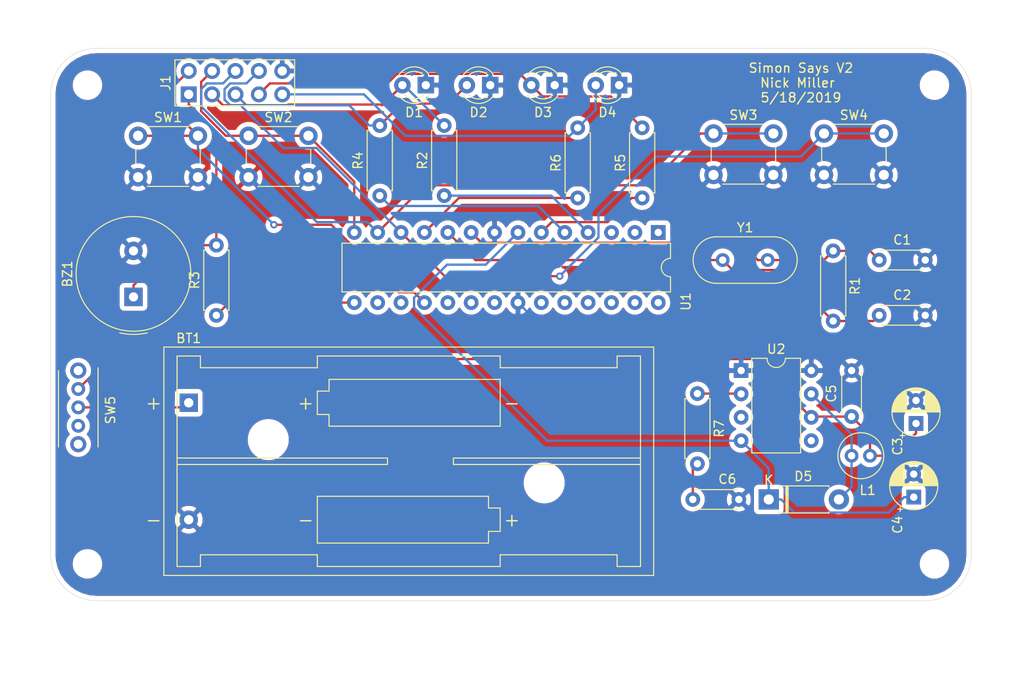
<source format=kicad_pcb>
(kicad_pcb (version 20171130) (host pcbnew "(5.1.2)-1")
  (layers (0 F.Cu signal) (31 B.Cu signal) (34 B.Paste user hide) (35 F.Paste user hide) (36 B.SilkS user hide) (37 F.SilkS user hide) (38 B.Mask user) (39 F.Mask user hide) (44 Edge.Cuts user hide))
  (net 0 "")
  (net 1 GND)
  (net 2 "Net-(BT1-Pad1)")
  (net 3 "Net-(BZ1-Pad1)")
  (net 4 "Net-(C1-Pad1)")
  (net 5 "Net-(C2-Pad1)")
  (net 6 "Net-(C3-Pad1)")
  (net 7 +5V)
  (net 8 "Net-(C6-Pad1)")
  (net 9 "Net-(D1-Pad2)")
  (net 10 "Net-(D2-Pad2)")
  (net 11 "Net-(D3-Pad2)")
  (net 12 "Net-(D4-Pad2)")
  (net 13 "Net-(D5-Pad2)")
  (net 14 "Net-(R2-Pad1)")
  (net 15 "Net-(R3-Pad1)")
  (net 16 "Net-(R4-Pad1)")
  (net 17 "Net-(R5-Pad1)")
  (net 18 "Net-(R6-Pad1)")
  (net 19 "Net-(R7-Pad1)")
  (net 20 "Net-(SW5-Pad1)")
  (net 21 "Net-(U1-Pad28)")
  (net 22 "Net-(U1-Pad27)")
  (net 23 "Net-(U1-Pad26)")
  (net 24 "Net-(U1-Pad25)")
  (net 25 "Net-(U1-Pad24)")
  (net 26 "Net-(U1-Pad23)")
  (net 27 "Net-(U1-Pad21)")
  (net 28 "Net-(U1-Pad20)")
  (net 29 "Net-(U1-Pad19)")
  (net 30 "Net-(U1-Pad17)")
  (net 31 "Net-(U1-Pad3)")
  (net 32 "Net-(U1-Pad16)")
  (net 33 "Net-(U1-Pad2)")
  (net 34 "Net-(U1-Pad1)")
  (net 35 "Net-(U2-Pad3)")
  (net 36 "Net-(U2-Pad5)")
  (net 37 "Net-(J1-Pad8)")
  (net 38 "Net-(J1-Pad6)")
  (net 39 "Net-(J1-Pad4)")
  (net 40 "Net-(J1-Pad2)")
  (module "Simon Says Game:IDC-Header_2x05_P2.54mm_Vertical" (layer F.Cu) (at 95 55 90)
    (fp_text reference J1 (at 1.25 -2.5 90) (layer F.SilkS))
    (fp_text value Conn_01x10)
    (pad 1 thru_hole rect (at 0 0 90) (size 1.7272 1.7272) (drill 1.016) (layers *.Cu *.Mask) (net 3 "Net-(BZ1-Pad1)"))
    (pad 2 thru_hole oval (at 2.54 0 90) (size 1.7272 1.7272) (drill 1.016) (layers *.Cu *.Mask) (net 40 "Net-(J1-Pad2)"))
    (pad 3 thru_hole oval (at 0 2.54 90) (size 1.7272 1.7272) (drill 1.016) (layers *.Cu *.Mask) (net 9 "Net-(D1-Pad2)"))
    (pad 4 thru_hole oval (at 2.54 2.54 90) (size 1.7272 1.7272) (drill 1.016) (layers *.Cu *.Mask) (net 39 "Net-(J1-Pad4)"))
    (pad 5 thru_hole oval (at 0 5.08 90) (size 1.7272 1.7272) (drill 1.016) (layers *.Cu *.Mask) (net 10 "Net-(D2-Pad2)"))
    (pad 6 thru_hole oval (at 2.54 5.08 90) (size 1.7272 1.7272) (drill 1.016) (layers *.Cu *.Mask) (net 38 "Net-(J1-Pad6)"))
    (pad 7 thru_hole oval (at 0 7.62 90) (size 1.7272 1.7272) (drill 1.016) (layers *.Cu *.Mask) (net 11 "Net-(D3-Pad2)"))
    (pad 8 thru_hole oval (at 2.54 7.62 90) (size 1.7272 1.7272) (drill 1.016) (layers *.Cu *.Mask) (net 37 "Net-(J1-Pad8)"))
    (pad 9 thru_hole oval (at 0 10.16 90) (size 1.7272 1.7272) (drill 1.016) (layers *.Cu *.Mask) (net 12 "Net-(D4-Pad2)"))
    (pad 10 thru_hole oval (at 2.54 10.16 90) (size 1.7272 1.7272) (drill 1.016) (layers *.Cu *.Mask) (net 1 GND))
  )
  (module Battery:BatteryHolder_Keystone_2468_2xAAA (layer F.Cu) (at 95 88.5)
    (fp_text reference BT1 (at 0 -7) (layer F.SilkS))
    (fp_text value Battery)
    (fp_text user + (at 35.1 12.7) (layer F.SilkS) (effects (font (size 1.5 1.5))))
    (fp_text user - (at 12.7 12.7) (layer F.SilkS) (effects (font (size 1.5 1.5))))
    (fp_text user - (at 35.1 0) (layer F.SilkS) (effects (font (size 1.5 1.5))))
    (fp_text user + (at 12.7 0) (layer F.SilkS) (effects (font (size 1.5 1.5))))
    (fp_text user - (at -3.81 12.7) (layer F.SilkS) (effects (font (size 1.5 1.5))))
    (fp_text user + (at -3.81 0) (layer F.SilkS) (effects (font (size 1.5 1.5))))
    (pad "" np_thru_hole circle (at 38.61 8.7) (size 3.450001 3.450001) (drill 3.450001) (layers *.Cu *.Mask))
    (pad "" np_thru_hole circle (at 8.64 4) (size 3.450001 3.450001) (drill 3.450001) (layers *.Cu *.Mask))
    (pad 2 thru_hole circle (at 0 12.7) (size 2 2) (drill 1.02) (layers *.Cu *.Mask) (net 1 GND))
    (pad 1 thru_hole rect (at 0 0) (size 2 2) (drill 1.02) (layers *.Cu *.Mask) (net 2 "Net-(BT1-Pad1)"))
  )
  (module "Simon Says Game:Inductor_10uH" (layer F.Cu) (at 168 94.25)
    (fp_text reference L1 (at 0.75 3.75) (layer F.SilkS))
    (fp_text value "10 uH")
    (pad 1 thru_hole circle (at -1 0) (size 1.5 1.5) (drill 0.8) (layers *.Cu *.Mask) (net 13 "Net-(D5-Pad2)"))
    (pad 2 thru_hole circle (at 1 0) (size 1.5 1.5) (drill 0.8) (layers *.Cu *.Mask) (net 6 "Net-(C3-Pad1)"))
  )
  (module MountingHole:MountingHole_2.2mm_M2 (layer F.Cu) (at 176 106)
    (fp_text reference REF** hide)
    (fp_text value MountingHole_2.2mm_M2)
    (pad 1 np_thru_hole circle (at 0 0) (size 2.2 2.2) (drill 2.2) (layers *.Cu *.Mask))
  )
  (module MountingHole:MountingHole_2.2mm_M2 (layer F.Cu) (at 176 54)
    (fp_text reference REF** hide)
    (fp_text value MountingHole_2.2mm_M2)
    (pad 1 np_thru_hole circle (at 0 0) (size 2.2 2.2) (drill 2.2) (layers *.Cu *.Mask))
  )
  (module MountingHole:MountingHole_2.2mm_M2 (layer F.Cu) (at 84 54)
    (fp_text reference REF**)
    (fp_text value MountingHole_2.2mm_M2)
    (pad 1 np_thru_hole circle (at 0 0) (size 2.2 2.2) (drill 2.2) (layers *.Cu *.Mask))
  )
  (module MountingHole:MountingHole_2.2mm_M2 (layer F.Cu) (at 84 106)
    (fp_text reference REF** hide)
    (fp_text value MountingHole_2.2mm_M2)
    (pad 1 np_thru_hole circle (at 0 0) (size 2.2 2.2) (drill 2.2) (layers *.Cu *.Mask))
  )
  (module "Simon Says Game:1825232-1" (layer F.Cu) (at 83 89 90)
    (fp_text reference SW5 (at -0.3 3.5 90) (layer F.SilkS))
    (fp_text value SW_SPDT)
    (pad 4 thru_hole circle (at 4 0 90) (size 1.75 1.75) (drill 1) (layers *.Cu *.Mask))
    (pad 5 thru_hole circle (at -4 0 90) (size 1.75 1.75) (drill 1) (layers *.Cu *.Mask))
    (pad 1 thru_hole circle (at -2 0 90) (size 1.5 1.5) (drill 0.8) (layers *.Cu *.Mask) (net 20 "Net-(SW5-Pad1)"))
    (pad 3 thru_hole circle (at 2 0 90) (size 1.5 1.5) (drill 0.8) (layers *.Cu *.Mask) (net 6 "Net-(C3-Pad1)"))
    (pad 2 thru_hole circle (at 0 0 90) (size 1.5 1.5) (drill 0.8) (layers *.Cu *.Mask) (net 2 "Net-(BT1-Pad1)"))
  )
  (module Crystal:Crystal_HC49-U_Vertical (layer F.Cu) (at 153 73)
    (fp_text reference Y1 (at 2.44 -3.525) (layer F.SilkS))
    (fp_text value 16Mhz)
    (pad 2 thru_hole circle (at 4.88 0) (size 1.5 1.5) (drill 0.8) (layers *.Cu *.Mask) (net 4 "Net-(C1-Pad1)"))
    (pad 1 thru_hole circle (at 0 0) (size 1.5 1.5) (drill 0.8) (layers *.Cu *.Mask) (net 5 "Net-(C2-Pad1)"))
  )
  (module Package_DIP:DIP-8_W7.62mm (layer F.Cu) (at 155 85)
    (fp_text reference U2 (at 3.81 -2.33) (layer F.SilkS))
    (fp_text value LT1302CN8-5PBF)
    (pad 8 thru_hole oval (at 7.62 0) (size 1.6 1.6) (drill 0.8) (layers *.Cu *.Mask) (net 1 GND))
    (pad 4 thru_hole oval (at 0 7.62) (size 1.6 1.6) (drill 0.8) (layers *.Cu *.Mask) (net 7 +5V))
    (pad 7 thru_hole oval (at 7.62 2.54) (size 1.6 1.6) (drill 0.8) (layers *.Cu *.Mask) (net 13 "Net-(D5-Pad2)"))
    (pad 3 thru_hole oval (at 0 5.08) (size 1.6 1.6) (drill 0.8) (layers *.Cu *.Mask) (net 35 "Net-(U2-Pad3)"))
    (pad 6 thru_hole oval (at 7.62 5.08) (size 1.6 1.6) (drill 0.8) (layers *.Cu *.Mask) (net 6 "Net-(C3-Pad1)"))
    (pad 2 thru_hole oval (at 0 2.54) (size 1.6 1.6) (drill 0.8) (layers *.Cu *.Mask) (net 19 "Net-(R7-Pad1)"))
    (pad 5 thru_hole oval (at 7.62 7.62) (size 1.6 1.6) (drill 0.8) (layers *.Cu *.Mask) (net 36 "Net-(U2-Pad5)"))
    (pad 1 thru_hole rect (at 0 0) (size 1.6 1.6) (drill 0.8) (layers *.Cu *.Mask) (net 1 GND))
  )
  (module Package_DIP:DIP-28_W7.62mm (layer F.Cu) (at 146 70 270)
    (fp_text reference U1 (at 7.5 -3 90) (layer F.SilkS))
    (fp_text value ATmega328P-PU)
    (pad 28 thru_hole oval (at 7.62 0 270) (size 1.6 1.6) (drill 0.8) (layers *.Cu *.Mask) (net 21 "Net-(U1-Pad28)"))
    (pad 14 thru_hole oval (at 0 33.02 270) (size 1.6 1.6) (drill 0.8) (layers *.Cu *.Mask) (net 39 "Net-(J1-Pad4)"))
    (pad 27 thru_hole oval (at 7.62 2.54 270) (size 1.6 1.6) (drill 0.8) (layers *.Cu *.Mask) (net 22 "Net-(U1-Pad27)"))
    (pad 13 thru_hole oval (at 0 30.48 270) (size 1.6 1.6) (drill 0.8) (layers *.Cu *.Mask) (net 38 "Net-(J1-Pad6)"))
    (pad 26 thru_hole oval (at 7.62 5.08 270) (size 1.6 1.6) (drill 0.8) (layers *.Cu *.Mask) (net 23 "Net-(U1-Pad26)"))
    (pad 12 thru_hole oval (at 0 27.94 270) (size 1.6 1.6) (drill 0.8) (layers *.Cu *.Mask) (net 37 "Net-(J1-Pad8)"))
    (pad 25 thru_hole oval (at 7.62 7.62 270) (size 1.6 1.6) (drill 0.8) (layers *.Cu *.Mask) (net 24 "Net-(U1-Pad25)"))
    (pad 11 thru_hole oval (at 0 25.4 270) (size 1.6 1.6) (drill 0.8) (layers *.Cu *.Mask) (net 18 "Net-(R6-Pad1)"))
    (pad 24 thru_hole oval (at 7.62 10.16 270) (size 1.6 1.6) (drill 0.8) (layers *.Cu *.Mask) (net 25 "Net-(U1-Pad24)"))
    (pad 10 thru_hole oval (at 0 22.86 270) (size 1.6 1.6) (drill 0.8) (layers *.Cu *.Mask) (net 5 "Net-(C2-Pad1)"))
    (pad 23 thru_hole oval (at 7.62 12.7 270) (size 1.6 1.6) (drill 0.8) (layers *.Cu *.Mask) (net 26 "Net-(U1-Pad23)"))
    (pad 9 thru_hole oval (at 0 20.32 270) (size 1.6 1.6) (drill 0.8) (layers *.Cu *.Mask) (net 4 "Net-(C1-Pad1)"))
    (pad 22 thru_hole oval (at 7.62 15.24 270) (size 1.6 1.6) (drill 0.8) (layers *.Cu *.Mask) (net 1 GND))
    (pad 8 thru_hole oval (at 0 17.78 270) (size 1.6 1.6) (drill 0.8) (layers *.Cu *.Mask) (net 1 GND))
    (pad 21 thru_hole oval (at 7.62 17.78 270) (size 1.6 1.6) (drill 0.8) (layers *.Cu *.Mask) (net 27 "Net-(U1-Pad21)"))
    (pad 7 thru_hole oval (at 0 15.24 270) (size 1.6 1.6) (drill 0.8) (layers *.Cu *.Mask) (net 7 +5V))
    (pad 20 thru_hole oval (at 7.62 20.32 270) (size 1.6 1.6) (drill 0.8) (layers *.Cu *.Mask) (net 28 "Net-(U1-Pad20)"))
    (pad 6 thru_hole oval (at 0 12.7 270) (size 1.6 1.6) (drill 0.8) (layers *.Cu *.Mask) (net 17 "Net-(R5-Pad1)"))
    (pad 19 thru_hole oval (at 7.62 22.86 270) (size 1.6 1.6) (drill 0.8) (layers *.Cu *.Mask) (net 29 "Net-(U1-Pad19)"))
    (pad 5 thru_hole oval (at 0 10.16 270) (size 1.6 1.6) (drill 0.8) (layers *.Cu *.Mask) (net 16 "Net-(R4-Pad1)"))
    (pad 18 thru_hole oval (at 7.62 25.4 270) (size 1.6 1.6) (drill 0.8) (layers *.Cu *.Mask) (net 40 "Net-(J1-Pad2)"))
    (pad 4 thru_hole oval (at 0 7.62 270) (size 1.6 1.6) (drill 0.8) (layers *.Cu *.Mask) (net 14 "Net-(R2-Pad1)"))
    (pad 17 thru_hole oval (at 7.62 27.94 270) (size 1.6 1.6) (drill 0.8) (layers *.Cu *.Mask) (net 30 "Net-(U1-Pad17)"))
    (pad 3 thru_hole oval (at 0 5.08 270) (size 1.6 1.6) (drill 0.8) (layers *.Cu *.Mask) (net 31 "Net-(U1-Pad3)"))
    (pad 16 thru_hole oval (at 7.62 30.48 270) (size 1.6 1.6) (drill 0.8) (layers *.Cu *.Mask) (net 32 "Net-(U1-Pad16)"))
    (pad 2 thru_hole oval (at 0 2.54 270) (size 1.6 1.6) (drill 0.8) (layers *.Cu *.Mask) (net 33 "Net-(U1-Pad2)"))
    (pad 15 thru_hole oval (at 7.62 33.02 270) (size 1.6 1.6) (drill 0.8) (layers *.Cu *.Mask) (net 15 "Net-(R3-Pad1)"))
    (pad 1 thru_hole rect (at 0 0 270) (size 1.6 1.6) (drill 0.8) (layers *.Cu *.Mask) (net 34 "Net-(U1-Pad1)"))
  )
  (module Button_Switch_THT:SW_PUSH_6mm (layer F.Cu) (at 164 59.25)
    (fp_text reference SW4 (at 3.25 -2) (layer F.SilkS))
    (fp_text value SW_Push)
    (pad 1 thru_hole circle (at 6.5 0 90) (size 2 2) (drill 1.1) (layers *.Cu *.Mask) (net 37 "Net-(J1-Pad8)"))
    (pad 2 thru_hole circle (at 6.5 4.5 90) (size 2 2) (drill 1.1) (layers *.Cu *.Mask) (net 1 GND))
    (pad 1 thru_hole circle (at 0 0 90) (size 2 2) (drill 1.1) (layers *.Cu *.Mask) (net 37 "Net-(J1-Pad8)"))
    (pad 2 thru_hole circle (at 0 4.5 90) (size 2 2) (drill 1.1) (layers *.Cu *.Mask) (net 1 GND))
  )
  (module Button_Switch_THT:SW_PUSH_6mm (layer F.Cu) (at 152 59.25)
    (fp_text reference SW3 (at 3.25 -2) (layer F.SilkS))
    (fp_text value SW_Push)
    (pad 1 thru_hole circle (at 6.5 0 90) (size 2 2) (drill 1.1) (layers *.Cu *.Mask) (net 38 "Net-(J1-Pad6)"))
    (pad 2 thru_hole circle (at 6.5 4.5 90) (size 2 2) (drill 1.1) (layers *.Cu *.Mask) (net 1 GND))
    (pad 1 thru_hole circle (at 0 0 90) (size 2 2) (drill 1.1) (layers *.Cu *.Mask) (net 38 "Net-(J1-Pad6)"))
    (pad 2 thru_hole circle (at 0 4.5 90) (size 2 2) (drill 1.1) (layers *.Cu *.Mask) (net 1 GND))
  )
  (module Button_Switch_THT:SW_PUSH_6mm (layer F.Cu) (at 101.5 59.5)
    (fp_text reference SW2 (at 3.25 -2) (layer F.SilkS))
    (fp_text value SW_Push)
    (pad 2 thru_hole circle (at 0 4.5 90) (size 2 2) (drill 1.1) (layers *.Cu *.Mask) (net 1 GND))
    (pad 1 thru_hole circle (at 0 0 90) (size 2 2) (drill 1.1) (layers *.Cu *.Mask) (net 39 "Net-(J1-Pad4)"))
    (pad 2 thru_hole circle (at 6.5 4.5 90) (size 2 2) (drill 1.1) (layers *.Cu *.Mask) (net 1 GND))
    (pad 1 thru_hole circle (at 6.5 0 90) (size 2 2) (drill 1.1) (layers *.Cu *.Mask) (net 39 "Net-(J1-Pad4)"))
  )
  (module Button_Switch_THT:SW_PUSH_6mm (layer F.Cu) (at 89.5 59.5)
    (fp_text reference SW1 (at 3.25 -2) (layer F.SilkS))
    (fp_text value SW_Push)
    (pad 2 thru_hole circle (at 0 4.5 90) (size 2 2) (drill 1.1) (layers *.Cu *.Mask) (net 1 GND))
    (pad 1 thru_hole circle (at 0 0 90) (size 2 2) (drill 1.1) (layers *.Cu *.Mask) (net 40 "Net-(J1-Pad2)"))
    (pad 2 thru_hole circle (at 6.5 4.5 90) (size 2 2) (drill 1.1) (layers *.Cu *.Mask) (net 1 GND))
    (pad 1 thru_hole circle (at 6.5 0 90) (size 2 2) (drill 1.1) (layers *.Cu *.Mask) (net 40 "Net-(J1-Pad2)"))
  )
  (module Resistor_THT:R_Axial_DIN0207_L6.3mm_D2.5mm_P7.62mm_Horizontal (layer F.Cu) (at 150.25 87.5 270)
    (fp_text reference R7 (at 3.81 -2.37 90) (layer F.SilkS))
    (fp_text value 20k)
    (pad 2 thru_hole oval (at 7.62 0 270) (size 1.6 1.6) (drill 0.8) (layers *.Cu *.Mask) (net 8 "Net-(C6-Pad1)"))
    (pad 1 thru_hole circle (at 0 0 270) (size 1.6 1.6) (drill 0.8) (layers *.Cu *.Mask) (net 19 "Net-(R7-Pad1)"))
  )
  (module Resistor_THT:R_Axial_DIN0207_L6.3mm_D2.5mm_P7.62mm_Horizontal (layer F.Cu) (at 137.25 66.25 90)
    (fp_text reference R6 (at 3.81 -2.37 90) (layer F.SilkS))
    (fp_text value 200)
    (pad 1 thru_hole circle (at 0 0 90) (size 1.6 1.6) (drill 0.8) (layers *.Cu *.Mask) (net 18 "Net-(R6-Pad1)"))
    (pad 2 thru_hole oval (at 7.62 0 90) (size 1.6 1.6) (drill 0.8) (layers *.Cu *.Mask) (net 12 "Net-(D4-Pad2)"))
  )
  (module Resistor_THT:R_Axial_DIN0207_L6.3mm_D2.5mm_P7.62mm_Horizontal (layer F.Cu) (at 144.25 66.25 90)
    (fp_text reference R5 (at 3.81 -2.37 90) (layer F.SilkS))
    (fp_text value 200)
    (pad 2 thru_hole oval (at 7.62 0 90) (size 1.6 1.6) (drill 0.8) (layers *.Cu *.Mask) (net 11 "Net-(D3-Pad2)"))
    (pad 1 thru_hole circle (at 0 0 90) (size 1.6 1.6) (drill 0.8) (layers *.Cu *.Mask) (net 17 "Net-(R5-Pad1)"))
  )
  (module Resistor_THT:R_Axial_DIN0207_L6.3mm_D2.5mm_P7.62mm_Horizontal (layer F.Cu) (at 115.75 66 90)
    (fp_text reference R4 (at 3.81 -2.37 90) (layer F.SilkS))
    (fp_text value 200)
    (pad 1 thru_hole circle (at 0 0 90) (size 1.6 1.6) (drill 0.8) (layers *.Cu *.Mask) (net 16 "Net-(R4-Pad1)"))
    (pad 2 thru_hole oval (at 7.62 0 90) (size 1.6 1.6) (drill 0.8) (layers *.Cu *.Mask) (net 10 "Net-(D2-Pad2)"))
  )
  (module Resistor_THT:R_Axial_DIN0207_L6.3mm_D2.5mm_P7.62mm_Horizontal (layer F.Cu) (at 98 79 90)
    (fp_text reference R3 (at 3.81 -2.37 90) (layer F.SilkS))
    (fp_text value 100)
    (pad 2 thru_hole oval (at 7.62 0 90) (size 1.6 1.6) (drill 0.8) (layers *.Cu *.Mask) (net 3 "Net-(BZ1-Pad1)"))
    (pad 1 thru_hole circle (at 0 0 90) (size 1.6 1.6) (drill 0.8) (layers *.Cu *.Mask) (net 15 "Net-(R3-Pad1)"))
  )
  (module Resistor_THT:R_Axial_DIN0207_L6.3mm_D2.5mm_P7.62mm_Horizontal (layer F.Cu) (at 122.75 66 90)
    (fp_text reference R2 (at 3.81 -2.37 90) (layer F.SilkS))
    (fp_text value 200)
    (pad 1 thru_hole circle (at 0 0 90) (size 1.6 1.6) (drill 0.8) (layers *.Cu *.Mask) (net 14 "Net-(R2-Pad1)"))
    (pad 2 thru_hole oval (at 7.62 0 90) (size 1.6 1.6) (drill 0.8) (layers *.Cu *.Mask) (net 9 "Net-(D1-Pad2)"))
  )
  (module Resistor_THT:R_Axial_DIN0207_L6.3mm_D2.5mm_P7.62mm_Horizontal (layer F.Cu) (at 165 72 270)
    (fp_text reference R1 (at 3.81 -2.37 90) (layer F.SilkS))
    (fp_text value 1M)
    (pad 2 thru_hole oval (at 7.62 0 270) (size 1.6 1.6) (drill 0.8) (layers *.Cu *.Mask) (net 5 "Net-(C2-Pad1)"))
    (pad 1 thru_hole circle (at 0 0 270) (size 1.6 1.6) (drill 0.8) (layers *.Cu *.Mask) (net 4 "Net-(C1-Pad1)"))
  )
  (module Diode_THT:D_DO-41_SOD81_P7.62mm_Horizontal (layer F.Cu) (at 158 99)
    (fp_text reference D5 (at 3.75 -2.5) (layer F.SilkS))
    (fp_text value "1N5819-T ")
    (fp_text user K (at 0 -2.1) (layer F.SilkS))
    (pad 2 thru_hole oval (at 7.62 0) (size 2.2 2.2) (drill 1.1) (layers *.Cu *.Mask) (net 13 "Net-(D5-Pad2)"))
    (pad 1 thru_hole rect (at 0 0) (size 2.2 2.2) (drill 1.1) (layers *.Cu *.Mask) (net 7 +5V))
  )
  (module LED_THT:LED_D3.0mm (layer F.Cu) (at 141.75 54 180)
    (fp_text reference D4 (at 1.27 -2.96 180) (layer F.SilkS))
    (fp_text value LED)
    (pad 2 thru_hole circle (at 2.54 0 180) (size 1.8 1.8) (drill 0.9) (layers *.Cu *.Mask) (net 12 "Net-(D4-Pad2)"))
    (pad 1 thru_hole rect (at 0 0 180) (size 1.8 1.8) (drill 0.9) (layers *.Cu *.Mask) (net 1 GND))
  )
  (module LED_THT:LED_D3.0mm (layer F.Cu) (at 134.75 54 180)
    (fp_text reference D3 (at 1.27 -2.96 180) (layer F.SilkS))
    (fp_text value LED)
    (pad 2 thru_hole circle (at 2.54 0 180) (size 1.8 1.8) (drill 0.9) (layers *.Cu *.Mask) (net 11 "Net-(D3-Pad2)"))
    (pad 1 thru_hole rect (at 0 0 180) (size 1.8 1.8) (drill 0.9) (layers *.Cu *.Mask) (net 1 GND))
  )
  (module LED_THT:LED_D3.0mm (layer F.Cu) (at 127.75 54 180)
    (fp_text reference D2 (at 1.27 -2.96 180) (layer F.SilkS))
    (fp_text value LED)
    (pad 2 thru_hole circle (at 2.54 0 180) (size 1.8 1.8) (drill 0.9) (layers *.Cu *.Mask) (net 10 "Net-(D2-Pad2)"))
    (pad 1 thru_hole rect (at 0 0 180) (size 1.8 1.8) (drill 0.9) (layers *.Cu *.Mask) (net 1 GND))
  )
  (module LED_THT:LED_D3.0mm (layer F.Cu) (at 120.75 54 180)
    (fp_text reference D1 (at 1.27 -2.96 180) (layer F.SilkS))
    (fp_text value LED)
    (pad 2 thru_hole circle (at 2.54 0 180) (size 1.8 1.8) (drill 0.9) (layers *.Cu *.Mask) (net 9 "Net-(D1-Pad2)"))
    (pad 1 thru_hole rect (at 0 0 180) (size 1.8 1.8) (drill 0.9) (layers *.Cu *.Mask) (net 1 GND))
  )
  (module Capacitor_THT:C_Disc_D4.3mm_W1.9mm_P5.00mm (layer F.Cu) (at 149.75 99)
    (fp_text reference C6 (at 3.75 -2.2) (layer F.SilkS))
    (fp_text value "0.01 uF")
    (pad 2 thru_hole circle (at 5 0) (size 1.6 1.6) (drill 0.8) (layers *.Cu *.Mask) (net 1 GND))
    (pad 1 thru_hole circle (at 0 0) (size 1.6 1.6) (drill 0.8) (layers *.Cu *.Mask) (net 8 "Net-(C6-Pad1)"))
  )
  (module Capacitor_THT:C_Disc_D4.3mm_W1.9mm_P5.00mm (layer F.Cu) (at 167 90 90)
    (fp_text reference C5 (at 2.5 -2.2 90) (layer F.SilkS))
    (fp_text value "0.1 uF")
    (pad 2 thru_hole circle (at 5 0 90) (size 1.6 1.6) (drill 0.8) (layers *.Cu *.Mask) (net 1 GND))
    (pad 1 thru_hole circle (at 0 0 90) (size 1.6 1.6) (drill 0.8) (layers *.Cu *.Mask) (net 6 "Net-(C3-Pad1)"))
  )
  (module Capacitor_THT:CP_Radial_D5.0mm_P2.50mm (layer F.Cu) (at 173.75 98.75 90)
    (fp_text reference C4 (at -3 -1.75 90) (layer F.SilkS))
    (fp_text value "100 uF")
    (pad 2 thru_hole circle (at 2.5 0 90) (size 1.6 1.6) (drill 0.8) (layers *.Cu *.Mask) (net 1 GND))
    (pad 1 thru_hole rect (at 0 0 90) (size 1.6 1.6) (drill 0.8) (layers *.Cu *.Mask) (net 7 +5V))
  )
  (module Capacitor_THT:CP_Radial_D5.0mm_P2.50mm (layer F.Cu) (at 174 90.75 90)
    (fp_text reference C3 (at -2.5 -2 90) (layer F.SilkS))
    (fp_text value "100 uF")
    (pad 2 thru_hole circle (at 2.5 0 90) (size 1.6 1.6) (drill 0.8) (layers *.Cu *.Mask) (net 1 GND))
    (pad 1 thru_hole rect (at 0 0 90) (size 1.6 1.6) (drill 0.8) (layers *.Cu *.Mask) (net 6 "Net-(C3-Pad1)"))
  )
  (module Capacitor_THT:C_Disc_D4.3mm_W1.9mm_P5.00mm (layer F.Cu) (at 170 79)
    (fp_text reference C2 (at 2.5 -2.2) (layer F.SilkS))
    (fp_text value 22pF)
    (pad 2 thru_hole circle (at 5 0) (size 1.6 1.6) (drill 0.8) (layers *.Cu *.Mask) (net 1 GND))
    (pad 1 thru_hole circle (at 0 0) (size 1.6 1.6) (drill 0.8) (layers *.Cu *.Mask) (net 5 "Net-(C2-Pad1)"))
  )
  (module Capacitor_THT:C_Disc_D4.3mm_W1.9mm_P5.00mm (layer F.Cu) (at 170 73)
    (fp_text reference C1 (at 2.5 -2.2) (layer F.SilkS))
    (fp_text value 22pF)
    (pad 2 thru_hole circle (at 5 0) (size 1.6 1.6) (drill 0.8) (layers *.Cu *.Mask) (net 1 GND))
    (pad 1 thru_hole circle (at 0 0) (size 1.6 1.6) (drill 0.8) (layers *.Cu *.Mask) (net 4 "Net-(C1-Pad1)"))
  )
  (module Buzzer_Beeper:Buzzer_TDK_PS1240P02BT_D12.2mm_H6.5mm (layer F.Cu) (at 89 77 90)
    (fp_text reference BZ1 (at 2.5 -7.17 90) (layer F.SilkS))
    (fp_text value Buzzer)
    (pad 2 thru_hole circle (at 5 0 90) (size 2 2) (drill 1) (layers *.Cu *.Mask) (net 1 GND))
    (pad 1 thru_hole rect (at 0 0 90) (size 2 2) (drill 1) (layers *.Cu *.Mask) (net 3 "Net-(BZ1-Pad1)"))
  )
  (gr_text "Simon Says V2\nNick Miller \n5/18/2019" (at 161.5 53.75) (layer F.SilkS) (effects (font (size 1 1))))
  (gr_line (start 85 110) (end 175 110) (layer Edge.Cuts) (width 0.05))
  (gr_arc (start 85 105) (end 80 105) (angle -90) (layer Edge.Cuts) (width 0.05))
  (gr_arc (start 175 105) (end 175 110) (angle -90) (layer Edge.Cuts) (width 0.05))
  (gr_line (start 180 95) (end 180 105) (layer Edge.Cuts) (width 0.05))
  (gr_line (start 80 95) (end 80 105) (layer Edge.Cuts) (width 0.05))
  (gr_line (start 80 95) (end 80 55) (layer Edge.Cuts) (width 0.05))
  (gr_line (start 180 55) (end 180 95) (layer Edge.Cuts) (width 0.05))
  (gr_line (start 85 50) (end 175 50) (layer Edge.Cuts) (width 0.05))
  (gr_arc (start 85 55) (end 85 50) (angle -90) (layer Edge.Cuts) (width 0.05))
  (gr_arc (start 175 55) (end 180 55) (angle -90) (layer Edge.Cuts) (width 0.05))
  (segment (start 173 81) (end 175 79) (width 0.25) (layer B.Cu) (net 1))
  (segment (start 134.14 81) (end 173 81) (width 0.25) (layer B.Cu) (net 1))
  (segment (start 130.76 77.62) (end 134.14 81) (width 0.25) (layer B.Cu) (net 1))
  (segment (start 94.5 89) (end 95 88.5) (width 0.25) (layer F.Cu) (net 2))
  (segment (start 83 89) (end 94.5 89) (width 0.25) (layer F.Cu) (net 2))
  (segment (start 89 75.75) (end 89 77) (width 0.25) (layer F.Cu) (net 3))
  (segment (start 93.37 71.38) (end 89 75.75) (width 0.25) (layer F.Cu) (net 3))
  (segment (start 98 71.38) (end 93.37 71.38) (width 0.25) (layer F.Cu) (net 3))
  (segment (start 98 59.1136) (end 98 71.38) (width 0.25) (layer F.Cu) (net 3))
  (segment (start 95 56.1136) (end 98 59.1136) (width 0.25) (layer F.Cu) (net 3))
  (segment (start 95 55) (end 95 56.1136) (width 0.25) (layer F.Cu) (net 3))
  (segment (start 126.479999 70.799999) (end 125.68 70) (width 0.25) (layer F.Cu) (net 4))
  (segment (start 126.805001 71.125001) (end 126.479999 70.799999) (width 0.25) (layer F.Cu) (net 4))
  (segment (start 154.944341 71.125001) (end 126.805001 71.125001) (width 0.25) (layer F.Cu) (net 4))
  (segment (start 156.81934 73) (end 154.944341 71.125001) (width 0.25) (layer F.Cu) (net 4))
  (segment (start 157.88 73) (end 156.81934 73) (width 0.25) (layer F.Cu) (net 4))
  (segment (start 164 73) (end 165 72) (width 0.25) (layer F.Cu) (net 4))
  (segment (start 157.88 73) (end 164 73) (width 0.25) (layer F.Cu) (net 4))
  (segment (start 169 72) (end 170 73) (width 0.25) (layer F.Cu) (net 4))
  (segment (start 165 72) (end 169 72) (width 0.25) (layer F.Cu) (net 4))
  (segment (start 126.14 73) (end 123.14 70) (width 0.25) (layer F.Cu) (net 5))
  (segment (start 153 73) (end 126.14 73) (width 0.25) (layer F.Cu) (net 5))
  (segment (start 169.38 79.62) (end 170 79) (width 0.25) (layer F.Cu) (net 5))
  (segment (start 165 79.62) (end 169.38 79.62) (width 0.25) (layer F.Cu) (net 5))
  (segment (start 154.075001 74.075001) (end 153 73) (width 0.25) (layer F.Cu) (net 5))
  (segment (start 159.455001 74.075001) (end 154.075001 74.075001) (width 0.25) (layer F.Cu) (net 5))
  (segment (start 165 79.62) (end 159.455001 74.075001) (width 0.25) (layer F.Cu) (net 5))
  (segment (start 161.820001 89.280001) (end 162.62 90.08) (width 0.25) (layer F.Cu) (net 6))
  (segment (start 156.29 83.75) (end 161.820001 89.280001) (width 0.25) (layer F.Cu) (net 6))
  (segment (start 86.25 83.75) (end 156.29 83.75) (width 0.25) (layer F.Cu) (net 6))
  (segment (start 83 87) (end 86.25 83.75) (width 0.25) (layer F.Cu) (net 6))
  (segment (start 162.7 90) (end 162.62 90.08) (width 0.25) (layer F.Cu) (net 6))
  (segment (start 167 90) (end 162.7 90) (width 0.25) (layer F.Cu) (net 6))
  (segment (start 169 92) (end 167 90) (width 0.25) (layer F.Cu) (net 6))
  (segment (start 169 94.25) (end 169 92) (width 0.25) (layer F.Cu) (net 6))
  (segment (start 174 91.8) (end 174 90.75) (width 0.25) (layer F.Cu) (net 6))
  (segment (start 171.55 94.25) (end 174 91.8) (width 0.25) (layer F.Cu) (net 6))
  (segment (start 169 94.25) (end 171.55 94.25) (width 0.25) (layer F.Cu) (net 6))
  (segment (start 158 95.62) (end 155 92.62) (width 0.25) (layer B.Cu) (net 7))
  (segment (start 158 99) (end 158 95.62) (width 0.25) (layer B.Cu) (net 7))
  (segment (start 172.7 98.75) (end 173.75 98.75) (width 0.25) (layer B.Cu) (net 7))
  (segment (start 171.024999 100.425001) (end 172.7 98.75) (width 0.25) (layer B.Cu) (net 7))
  (segment (start 160.775001 100.425001) (end 171.024999 100.425001) (width 0.25) (layer B.Cu) (net 7))
  (segment (start 159.35 99) (end 160.775001 100.425001) (width 0.25) (layer B.Cu) (net 7))
  (segment (start 158 99) (end 159.35 99) (width 0.25) (layer B.Cu) (net 7))
  (segment (start 129.960001 70.799999) (end 130.76 70) (width 0.25) (layer B.Cu) (net 7))
  (segment (start 129.634999 71.125001) (end 129.960001 70.799999) (width 0.25) (layer B.Cu) (net 7))
  (segment (start 119.474999 78.160001) (end 119.474999 77.079999) (width 0.25) (layer B.Cu) (net 7))
  (segment (start 133.934998 92.62) (end 119.474999 78.160001) (width 0.25) (layer B.Cu) (net 7))
  (segment (start 155 92.62) (end 133.934998 92.62) (width 0.25) (layer B.Cu) (net 7))
  (segment (start 119.474999 77.079999) (end 123.054998 73.5) (width 0.25) (layer B.Cu) (net 7))
  (segment (start 127.26 73.5) (end 130.76 70) (width 0.25) (layer B.Cu) (net 7))
  (segment (start 123.054998 73.5) (end 127.26 73.5) (width 0.25) (layer B.Cu) (net 7))
  (segment (start 149.75 95.62) (end 150.25 95.12) (width 0.25) (layer F.Cu) (net 8))
  (segment (start 149.75 99) (end 149.75 95.62) (width 0.25) (layer F.Cu) (net 8))
  (segment (start 117.310001 54.899999) (end 118.21 54) (width 0.25) (layer F.Cu) (net 9))
  (segment (start 118.21 54) (end 116.105 56.105) (width 0.25) (layer F.Cu) (net 9))
  (segment (start 116.021399 56.188601) (end 116.105 56.105) (width 0.25) (layer F.Cu) (net 9))
  (segment (start 116.105 56.105) (end 116.23 55.98) (width 0.25) (layer F.Cu) (net 9))
  (segment (start 98.403599 55.863599) (end 97.54 55) (width 0.25) (layer F.Cu) (net 9))
  (segment (start 98.728601 56.188601) (end 98.403599 55.863599) (width 0.25) (layer F.Cu) (net 9))
  (segment (start 105.730529 56.188601) (end 98.728601 56.188601) (width 0.25) (layer F.Cu) (net 9))
  (segment (start 105.81413 56.105) (end 105.730529 56.188601) (width 0.25) (layer F.Cu) (net 9))
  (segment (start 116.105 56.105) (end 105.81413 56.105) (width 0.25) (layer F.Cu) (net 9))
  (segment (start 118.37 54) (end 118.21 54) (width 0.25) (layer B.Cu) (net 9))
  (segment (start 122.75 58.38) (end 118.37 54) (width 0.25) (layer B.Cu) (net 9))
  (segment (start 125.21 54) (end 123.21 56) (width 0.25) (layer F.Cu) (net 10))
  (segment (start 118.13 56) (end 115.75 58.38) (width 0.25) (layer F.Cu) (net 10))
  (segment (start 123.21 56) (end 118.13 56) (width 0.25) (layer F.Cu) (net 10))
  (segment (start 100.943599 55.863599) (end 100.08 55) (width 0.25) (layer B.Cu) (net 10))
  (segment (start 101.268601 56.188601) (end 100.943599 55.863599) (width 0.25) (layer B.Cu) (net 10))
  (segment (start 112.427231 56.188601) (end 101.268601 56.188601) (width 0.25) (layer B.Cu) (net 10))
  (segment (start 114.61863 58.38) (end 112.427231 56.188601) (width 0.25) (layer B.Cu) (net 10))
  (segment (start 115.75 58.38) (end 114.61863 58.38) (width 0.25) (layer B.Cu) (net 10))
  (segment (start 133.109999 54.899999) (end 132.21 54) (width 0.25) (layer F.Cu) (net 11))
  (segment (start 133.435001 55.225001) (end 133.109999 54.899999) (width 0.25) (layer F.Cu) (net 11))
  (segment (start 140.845001 55.225001) (end 133.435001 55.225001) (width 0.25) (layer F.Cu) (net 11))
  (segment (start 144.25 58.63) (end 140.845001 55.225001) (width 0.25) (layer F.Cu) (net 11))
  (segment (start 131.310001 53.100001) (end 132.21 54) (width 0.25) (layer F.Cu) (net 11))
  (segment (start 130.984999 52.774999) (end 131.310001 53.100001) (width 0.25) (layer F.Cu) (net 11))
  (segment (start 117.621999 52.774999) (end 130.984999 52.774999) (width 0.25) (layer F.Cu) (net 11))
  (segment (start 116.585599 53.811399) (end 117.621999 52.774999) (width 0.25) (layer F.Cu) (net 11))
  (segment (start 103.808601 53.811399) (end 116.585599 53.811399) (width 0.25) (layer F.Cu) (net 11))
  (segment (start 102.62 55) (end 103.808601 53.811399) (width 0.25) (layer F.Cu) (net 11))
  (segment (start 139.21 56.67) (end 139.21 54) (width 0.25) (layer B.Cu) (net 12))
  (segment (start 137.25 58.63) (end 139.21 56.67) (width 0.25) (layer B.Cu) (net 12))
  (segment (start 106.381314 55) (end 105.16 55) (width 0.25) (layer B.Cu) (net 12))
  (segment (start 114.035002 55) (end 106.381314 55) (width 0.25) (layer B.Cu) (net 12))
  (segment (start 118.540003 59.505001) (end 114.035002 55) (width 0.25) (layer B.Cu) (net 12))
  (segment (start 136.374999 59.505001) (end 118.540003 59.505001) (width 0.25) (layer B.Cu) (net 12))
  (segment (start 137.25 58.63) (end 136.374999 59.505001) (width 0.25) (layer B.Cu) (net 12))
  (segment (start 167 91.92) (end 162.62 87.54) (width 0.25) (layer B.Cu) (net 13))
  (segment (start 167 94.25) (end 167 91.92) (width 0.25) (layer B.Cu) (net 13))
  (segment (start 167 97.62) (end 165.62 99) (width 0.25) (layer B.Cu) (net 13))
  (segment (start 167 94.25) (end 167 97.62) (width 0.25) (layer B.Cu) (net 13))
  (segment (start 134.38 66) (end 138.38 70) (width 0.25) (layer B.Cu) (net 14))
  (segment (start 122.75 66) (end 134.38 66) (width 0.25) (layer B.Cu) (net 14))
  (segment (start 99.38 77.62) (end 98 79) (width 0.25) (layer F.Cu) (net 15))
  (segment (start 112.98 77.62) (end 99.38 77.62) (width 0.25) (layer F.Cu) (net 15))
  (segment (start 135.040001 69.200001) (end 135.84 70) (width 0.25) (layer B.Cu) (net 16))
  (segment (start 132.965001 67.125001) (end 135.040001 69.200001) (width 0.25) (layer B.Cu) (net 16))
  (segment (start 116.875001 67.125001) (end 132.965001 67.125001) (width 0.25) (layer B.Cu) (net 16))
  (segment (start 115.75 66) (end 116.875001 67.125001) (width 0.25) (layer B.Cu) (net 16))
  (segment (start 134.099999 69.200001) (end 133.3 70) (width 0.25) (layer F.Cu) (net 17))
  (segment (start 134.425001 68.874999) (end 134.099999 69.200001) (width 0.25) (layer F.Cu) (net 17))
  (segment (start 140.493631 68.874999) (end 134.425001 68.874999) (width 0.25) (layer F.Cu) (net 17))
  (segment (start 143.11863 66.25) (end 140.493631 68.874999) (width 0.25) (layer F.Cu) (net 17))
  (segment (start 144.25 66.25) (end 143.11863 66.25) (width 0.25) (layer F.Cu) (net 17))
  (segment (start 124.35 66.25) (end 120.6 70) (width 0.25) (layer F.Cu) (net 18))
  (segment (start 137.25 66.25) (end 124.35 66.25) (width 0.25) (layer F.Cu) (net 18))
  (segment (start 154.96 87.5) (end 155 87.54) (width 0.25) (layer F.Cu) (net 19))
  (segment (start 150.25 87.5) (end 154.96 87.5) (width 0.25) (layer F.Cu) (net 19))
  (segment (start 117.260001 69.200001) (end 118.06 70) (width 0.25) (layer B.Cu) (net 37))
  (segment (start 108.885001 60.825001) (end 117.260001 69.200001) (width 0.25) (layer B.Cu) (net 37))
  (segment (start 105.268591 60.825001) (end 108.885001 60.825001) (width 0.25) (layer B.Cu) (net 37))
  (segment (start 100.632191 56.188601) (end 105.268591 60.825001) (width 0.25) (layer B.Cu) (net 37))
  (segment (start 99.509471 56.188601) (end 100.632191 56.188601) (width 0.25) (layer B.Cu) (net 37))
  (segment (start 98.891399 55.570529) (end 99.509471 56.188601) (width 0.25) (layer B.Cu) (net 37))
  (segment (start 98.891399 54.429471) (end 98.891399 55.570529) (width 0.25) (layer B.Cu) (net 37))
  (segment (start 99.509471 53.811399) (end 98.891399 54.429471) (width 0.25) (layer B.Cu) (net 37))
  (segment (start 101.268601 53.811399) (end 99.509471 53.811399) (width 0.25) (layer B.Cu) (net 37))
  (segment (start 102.62 52.46) (end 101.268601 53.811399) (width 0.25) (layer B.Cu) (net 37))
  (segment (start 139.505001 70.540001) (end 135.295002 74.75) (width 0.25) (layer B.Cu) (net 37))
  (segment (start 139.505001 67.994999) (end 139.505001 70.540001) (width 0.25) (layer B.Cu) (net 37))
  (segment (start 145.75 61.75) (end 139.505001 67.994999) (width 0.25) (layer B.Cu) (net 37))
  (segment (start 164 59.25) (end 161.5 61.75) (width 0.25) (layer B.Cu) (net 37))
  (segment (start 161.5 61.75) (end 145.75 61.75) (width 0.25) (layer B.Cu) (net 37))
  (segment (start 135.295002 74.75) (end 135.295002 74.75) (width 0.25) (layer B.Cu) (net 37))
  (via (at 135.295002 74.75) (size 0.8) (drill 0.4) (layers F.Cu B.Cu) (net 37))
  (segment (start 122.81 74.75) (end 118.06 70) (width 0.25) (layer F.Cu) (net 37))
  (segment (start 135.295002 74.75) (end 122.81 74.75) (width 0.25) (layer F.Cu) (net 37))
  (segment (start 170.5 59.25) (end 164 59.25) (width 0.25) (layer B.Cu) (net 37))
  (segment (start 114.720001 69.200001) (end 115.52 70) (width 0.25) (layer B.Cu) (net 38))
  (segment (start 114.394999 68.874999) (end 114.720001 69.200001) (width 0.25) (layer B.Cu) (net 38))
  (segment (start 108.913997 68.874999) (end 114.394999 68.874999) (width 0.25) (layer B.Cu) (net 38))
  (segment (start 96.351399 56.312401) (end 108.913997 68.874999) (width 0.25) (layer B.Cu) (net 38))
  (segment (start 96.351399 54.429471) (end 96.351399 56.312401) (width 0.25) (layer B.Cu) (net 38))
  (segment (start 96.969471 53.811399) (end 96.351399 54.429471) (width 0.25) (layer B.Cu) (net 38))
  (segment (start 98.728601 53.811399) (end 96.969471 53.811399) (width 0.25) (layer B.Cu) (net 38))
  (segment (start 100.08 52.46) (end 98.728601 53.811399) (width 0.25) (layer B.Cu) (net 38))
  (segment (start 152 59.25) (end 158.5 59.25) (width 0.25) (layer B.Cu) (net 38))
  (segment (start 116.319999 69.200001) (end 115.52 70) (width 0.25) (layer F.Cu) (net 38))
  (segment (start 120.645001 64.874999) (end 116.319999 69.200001) (width 0.25) (layer F.Cu) (net 38))
  (segment (start 144.960788 64.874999) (end 120.645001 64.874999) (width 0.25) (layer F.Cu) (net 38))
  (segment (start 150.585787 59.25) (end 144.960788 64.874999) (width 0.25) (layer F.Cu) (net 38))
  (segment (start 152 59.25) (end 150.585787 59.25) (width 0.25) (layer F.Cu) (net 38))
  (segment (start 96.676401 53.323599) (end 97.54 52.46) (width 0.25) (layer F.Cu) (net 39))
  (segment (start 96.351399 53.648601) (end 96.676401 53.323599) (width 0.25) (layer F.Cu) (net 39))
  (segment (start 96.351399 56.828589) (end 96.351399 53.648601) (width 0.25) (layer F.Cu) (net 39))
  (segment (start 99.02281 59.5) (end 96.351399 56.828589) (width 0.25) (layer F.Cu) (net 39))
  (segment (start 101.5 59.5) (end 99.02281 59.5) (width 0.25) (layer F.Cu) (net 39))
  (segment (start 108 59.5) (end 101.5 59.5) (width 0.25) (layer F.Cu) (net 39))
  (segment (start 112.98 64.48) (end 112.98 70) (width 0.25) (layer F.Cu) (net 39))
  (segment (start 108 59.5) (end 112.98 64.48) (width 0.25) (layer F.Cu) (net 39))
  (segment (start 89.5 59.5) (end 96 59.5) (width 0.25) (layer F.Cu) (net 40))
  (segment (start 96 59.5) (end 93.25 56.75) (width 0.25) (layer F.Cu) (net 40))
  (segment (start 93.25 54.21) (end 95 52.46) (width 0.25) (layer F.Cu) (net 40))
  (segment (start 93.25 56.75) (end 93.25 54.21) (width 0.25) (layer F.Cu) (net 40))
  (segment (start 96 60.914213) (end 104.25 69.164213) (width 0.25) (layer B.Cu) (net 40))
  (segment (start 96 59.5) (end 96 60.914213) (width 0.25) (layer B.Cu) (net 40))
  (segment (start 104.25 69.164213) (end 104.25 69.164213) (width 0.25) (layer B.Cu) (net 40))
  (via (at 104.25 69.164213) (size 0.8) (drill 0.4) (layers F.Cu B.Cu) (net 40))
  (segment (start 119.800001 76.820001) (end 120.6 77.62) (width 0.25) (layer F.Cu) (net 40))
  (segment (start 119.474999 76.494999) (end 119.800001 76.820001) (width 0.25) (layer F.Cu) (net 40))
  (segment (start 117.809997 76.494999) (end 119.474999 76.494999) (width 0.25) (layer F.Cu) (net 40))
  (segment (start 110.479211 69.164213) (end 117.809997 76.494999) (width 0.25) (layer F.Cu) (net 40))
  (segment (start 104.25 69.164213) (end 110.479211 69.164213) (width 0.25) (layer F.Cu) (net 40))
  (zone (net 1) (net_name GND) (layer B.Cu) (connect_pads (clearance 0.508)) (min_thickness 0.254) (fill yes (arc_segments 32) (thermal_gap 0.508) (thermal_bridge_width 0.508))
    (polygon (pts (xy 74.5 114.25) (xy 185 112.25) (xy 181.5 44.75) (xy 75.75 48.75)))
  )
  (zone (net 1) (net_name GND) (layer F.Cu) (connect_pads (clearance 0.508)) (min_thickness 0.254) (fill yes (arc_segments 32) (thermal_gap 0.508) (thermal_bridge_width 0.508))
    (polygon (pts (xy 77.75 46) (xy 185.25 48.25) (xy 185.75 120.25) (xy 75.25 114.5)))
  )
)
</source>
